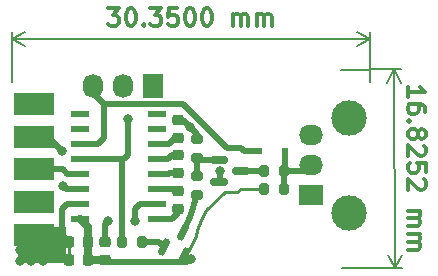
<source format=gbr>
%TF.GenerationSoftware,KiCad,Pcbnew,6.0.2+dfsg-1*%
%TF.CreationDate,2025-02-22T18:35:07+01:00*%
%TF.ProjectId,RS232-to-CCtalk-converter,52533233-322d-4746-9f2d-434374616c6b,rev?*%
%TF.SameCoordinates,Original*%
%TF.FileFunction,Copper,L1,Top*%
%TF.FilePolarity,Positive*%
%FSLAX46Y46*%
G04 Gerber Fmt 4.6, Leading zero omitted, Abs format (unit mm)*
G04 Created by KiCad (PCBNEW 6.0.2+dfsg-1) date 2025-02-22 18:35:07*
%MOMM*%
%LPD*%
G01*
G04 APERTURE LIST*
G04 Aperture macros list*
%AMRoundRect*
0 Rectangle with rounded corners*
0 $1 Rounding radius*
0 $2 $3 $4 $5 $6 $7 $8 $9 X,Y pos of 4 corners*
0 Add a 4 corners polygon primitive as box body*
4,1,4,$2,$3,$4,$5,$6,$7,$8,$9,$2,$3,0*
0 Add four circle primitives for the rounded corners*
1,1,$1+$1,$2,$3*
1,1,$1+$1,$4,$5*
1,1,$1+$1,$6,$7*
1,1,$1+$1,$8,$9*
0 Add four rect primitives between the rounded corners*
20,1,$1+$1,$2,$3,$4,$5,0*
20,1,$1+$1,$4,$5,$6,$7,0*
20,1,$1+$1,$6,$7,$8,$9,0*
20,1,$1+$1,$8,$9,$2,$3,0*%
G04 Aperture macros list end*
%ADD10C,0.300000*%
%TA.AperFunction,NonConductor*%
%ADD11C,0.300000*%
%TD*%
%TA.AperFunction,NonConductor*%
%ADD12C,0.200000*%
%TD*%
%TA.AperFunction,SMDPad,CuDef*%
%ADD13RoundRect,0.225000X0.225000X0.250000X-0.225000X0.250000X-0.225000X-0.250000X0.225000X-0.250000X0*%
%TD*%
%TA.AperFunction,ComponentPad*%
%ADD14R,1.730000X2.030000*%
%TD*%
%TA.AperFunction,ComponentPad*%
%ADD15O,1.730000X2.030000*%
%TD*%
%TA.AperFunction,SMDPad,CuDef*%
%ADD16RoundRect,0.200000X-0.200000X-0.275000X0.200000X-0.275000X0.200000X0.275000X-0.200000X0.275000X0*%
%TD*%
%TA.AperFunction,SMDPad,CuDef*%
%ADD17RoundRect,0.225000X0.250000X-0.225000X0.250000X0.225000X-0.250000X0.225000X-0.250000X-0.225000X0*%
%TD*%
%TA.AperFunction,SMDPad,CuDef*%
%ADD18RoundRect,0.200000X0.275000X-0.200000X0.275000X0.200000X-0.275000X0.200000X-0.275000X-0.200000X0*%
%TD*%
%TA.AperFunction,SMDPad,CuDef*%
%ADD19RoundRect,0.150000X-0.587500X-0.150000X0.587500X-0.150000X0.587500X0.150000X-0.587500X0.150000X0*%
%TD*%
%TA.AperFunction,SMDPad,CuDef*%
%ADD20RoundRect,0.200000X-0.275000X0.200000X-0.275000X-0.200000X0.275000X-0.200000X0.275000X0.200000X0*%
%TD*%
%TA.AperFunction,SMDPad,CuDef*%
%ADD21R,0.500000X0.500000*%
%TD*%
%TA.AperFunction,SMDPad,CuDef*%
%ADD22R,3.480000X1.846667*%
%TD*%
%TA.AperFunction,ComponentPad*%
%ADD23C,3.000000*%
%TD*%
%TA.AperFunction,ComponentPad*%
%ADD24R,2.030000X1.730000*%
%TD*%
%TA.AperFunction,ComponentPad*%
%ADD25O,2.030000X1.730000*%
%TD*%
%TA.AperFunction,SMDPad,CuDef*%
%ADD26RoundRect,0.150000X-0.112342X-0.595849X0.384234X0.469063X0.112342X0.595849X-0.384234X-0.469063X0*%
%TD*%
%TA.AperFunction,SMDPad,CuDef*%
%ADD27RoundRect,0.137500X0.662500X0.137500X-0.662500X0.137500X-0.662500X-0.137500X0.662500X-0.137500X0*%
%TD*%
%TA.AperFunction,ViaPad*%
%ADD28C,0.800000*%
%TD*%
%TA.AperFunction,Conductor*%
%ADD29C,0.250000*%
%TD*%
%TA.AperFunction,Conductor*%
%ADD30C,0.500000*%
%TD*%
%TA.AperFunction,Conductor*%
%ADD31C,0.700000*%
%TD*%
G04 APERTURE END LIST*
D10*
D11*
X112600000Y-80303571D02*
X113528571Y-80303571D01*
X113028571Y-80875000D01*
X113242857Y-80875000D01*
X113385714Y-80946428D01*
X113457142Y-81017857D01*
X113528571Y-81160714D01*
X113528571Y-81517857D01*
X113457142Y-81660714D01*
X113385714Y-81732142D01*
X113242857Y-81803571D01*
X112814285Y-81803571D01*
X112671428Y-81732142D01*
X112600000Y-81660714D01*
X114457142Y-80303571D02*
X114600000Y-80303571D01*
X114742857Y-80375000D01*
X114814285Y-80446428D01*
X114885714Y-80589285D01*
X114957142Y-80875000D01*
X114957142Y-81232142D01*
X114885714Y-81517857D01*
X114814285Y-81660714D01*
X114742857Y-81732142D01*
X114600000Y-81803571D01*
X114457142Y-81803571D01*
X114314285Y-81732142D01*
X114242857Y-81660714D01*
X114171428Y-81517857D01*
X114100000Y-81232142D01*
X114100000Y-80875000D01*
X114171428Y-80589285D01*
X114242857Y-80446428D01*
X114314285Y-80375000D01*
X114457142Y-80303571D01*
X115600000Y-81660714D02*
X115671428Y-81732142D01*
X115600000Y-81803571D01*
X115528571Y-81732142D01*
X115600000Y-81660714D01*
X115600000Y-81803571D01*
X116171428Y-80303571D02*
X117100000Y-80303571D01*
X116600000Y-80875000D01*
X116814285Y-80875000D01*
X116957142Y-80946428D01*
X117028571Y-81017857D01*
X117100000Y-81160714D01*
X117100000Y-81517857D01*
X117028571Y-81660714D01*
X116957142Y-81732142D01*
X116814285Y-81803571D01*
X116385714Y-81803571D01*
X116242857Y-81732142D01*
X116171428Y-81660714D01*
X118457142Y-80303571D02*
X117742857Y-80303571D01*
X117671428Y-81017857D01*
X117742857Y-80946428D01*
X117885714Y-80875000D01*
X118242857Y-80875000D01*
X118385714Y-80946428D01*
X118457142Y-81017857D01*
X118528571Y-81160714D01*
X118528571Y-81517857D01*
X118457142Y-81660714D01*
X118385714Y-81732142D01*
X118242857Y-81803571D01*
X117885714Y-81803571D01*
X117742857Y-81732142D01*
X117671428Y-81660714D01*
X119457142Y-80303571D02*
X119600000Y-80303571D01*
X119742857Y-80375000D01*
X119814285Y-80446428D01*
X119885714Y-80589285D01*
X119957142Y-80875000D01*
X119957142Y-81232142D01*
X119885714Y-81517857D01*
X119814285Y-81660714D01*
X119742857Y-81732142D01*
X119600000Y-81803571D01*
X119457142Y-81803571D01*
X119314285Y-81732142D01*
X119242857Y-81660714D01*
X119171428Y-81517857D01*
X119100000Y-81232142D01*
X119100000Y-80875000D01*
X119171428Y-80589285D01*
X119242857Y-80446428D01*
X119314285Y-80375000D01*
X119457142Y-80303571D01*
X120885714Y-80303571D02*
X121028571Y-80303571D01*
X121171428Y-80375000D01*
X121242857Y-80446428D01*
X121314285Y-80589285D01*
X121385714Y-80875000D01*
X121385714Y-81232142D01*
X121314285Y-81517857D01*
X121242857Y-81660714D01*
X121171428Y-81732142D01*
X121028571Y-81803571D01*
X120885714Y-81803571D01*
X120742857Y-81732142D01*
X120671428Y-81660714D01*
X120600000Y-81517857D01*
X120528571Y-81232142D01*
X120528571Y-80875000D01*
X120600000Y-80589285D01*
X120671428Y-80446428D01*
X120742857Y-80375000D01*
X120885714Y-80303571D01*
X123171428Y-81803571D02*
X123171428Y-80803571D01*
X123171428Y-80946428D02*
X123242857Y-80875000D01*
X123385714Y-80803571D01*
X123600000Y-80803571D01*
X123742857Y-80875000D01*
X123814285Y-81017857D01*
X123814285Y-81803571D01*
X123814285Y-81017857D02*
X123885714Y-80875000D01*
X124028571Y-80803571D01*
X124242857Y-80803571D01*
X124385714Y-80875000D01*
X124457142Y-81017857D01*
X124457142Y-81803571D01*
X125171428Y-81803571D02*
X125171428Y-80803571D01*
X125171428Y-80946428D02*
X125242857Y-80875000D01*
X125385714Y-80803571D01*
X125600000Y-80803571D01*
X125742857Y-80875000D01*
X125814285Y-81017857D01*
X125814285Y-81803571D01*
X125814285Y-81017857D02*
X125885714Y-80875000D01*
X126028571Y-80803571D01*
X126242857Y-80803571D01*
X126385714Y-80875000D01*
X126457142Y-81017857D01*
X126457142Y-81803571D01*
D12*
X104425000Y-86550000D02*
X104425000Y-82338580D01*
X134775000Y-86550000D02*
X134775000Y-82338580D01*
X104425000Y-82925000D02*
X134775000Y-82925000D01*
X104425000Y-82925000D02*
X134775000Y-82925000D01*
X104425000Y-82925000D02*
X105551504Y-83511421D01*
X104425000Y-82925000D02*
X105551504Y-82338579D01*
X134775000Y-82925000D02*
X133648496Y-82338579D01*
X134775000Y-82925000D02*
X133648496Y-83511421D01*
D10*
D11*
X137960430Y-87813828D02*
X137956609Y-86956694D01*
X137958519Y-87385261D02*
X139458504Y-87378574D01*
X139243584Y-87236674D01*
X139100092Y-87094455D01*
X139028027Y-86951918D01*
X139466146Y-89092843D02*
X139464872Y-88807132D01*
X139392808Y-88664594D01*
X139321062Y-88593485D01*
X139106141Y-88451584D01*
X138820111Y-88381430D01*
X138248688Y-88383977D01*
X138106151Y-88456042D01*
X138035042Y-88527788D01*
X137964251Y-88670962D01*
X137965524Y-88956674D01*
X138037589Y-89099211D01*
X138109335Y-89170321D01*
X138252509Y-89241112D01*
X138609649Y-89239520D01*
X138752186Y-89167455D01*
X138823295Y-89095709D01*
X138894086Y-88952535D01*
X138892813Y-88666823D01*
X138820748Y-88524286D01*
X138749002Y-88453176D01*
X138605828Y-88382385D01*
X138112519Y-89884599D02*
X138041410Y-89956346D01*
X137969663Y-89885236D01*
X138040773Y-89813490D01*
X138112519Y-89884599D01*
X137969663Y-89885236D01*
X138830937Y-90809977D02*
X138901728Y-90666803D01*
X138972837Y-90595057D01*
X139115375Y-90522992D01*
X139186803Y-90522674D01*
X139329977Y-90593465D01*
X139401723Y-90664575D01*
X139473788Y-90807112D01*
X139475061Y-91092823D01*
X139404270Y-91235997D01*
X139333161Y-91307744D01*
X139190623Y-91379808D01*
X139119196Y-91380127D01*
X138976021Y-91309336D01*
X138904275Y-91238226D01*
X138832211Y-91095689D01*
X138830937Y-90809977D01*
X138758872Y-90667440D01*
X138687126Y-90596331D01*
X138543952Y-90525540D01*
X138258240Y-90526813D01*
X138115703Y-90598878D01*
X138044594Y-90670624D01*
X137973803Y-90813798D01*
X137975076Y-91099510D01*
X138047141Y-91242047D01*
X138118887Y-91313156D01*
X138262061Y-91383948D01*
X138547773Y-91382674D01*
X138690310Y-91310609D01*
X138761419Y-91238863D01*
X138832211Y-91095689D01*
X139336026Y-91950594D02*
X139407773Y-92021704D01*
X139479837Y-92164241D01*
X139481429Y-92521381D01*
X139410638Y-92664555D01*
X139339529Y-92736301D01*
X139196991Y-92808366D01*
X139054136Y-92809002D01*
X138839534Y-92738530D01*
X137978579Y-91885216D01*
X137982718Y-92813778D01*
X139488753Y-94164221D02*
X139485569Y-93449943D01*
X138770971Y-93381699D01*
X138842718Y-93452808D01*
X138914782Y-93595346D01*
X138916374Y-93952485D01*
X138845583Y-94095659D01*
X138774474Y-94167405D01*
X138631937Y-94239470D01*
X138274797Y-94241062D01*
X138131623Y-94170271D01*
X138059877Y-94099161D01*
X137987812Y-93956624D01*
X137986220Y-93599485D01*
X138057011Y-93456311D01*
X138128121Y-93384564D01*
X139348762Y-94807709D02*
X139420509Y-94878818D01*
X139492573Y-95021356D01*
X139494165Y-95378495D01*
X139423374Y-95521669D01*
X139352265Y-95593415D01*
X139209727Y-95665480D01*
X139066872Y-95666117D01*
X138852270Y-95595644D01*
X137991315Y-94742331D01*
X137995454Y-95670893D01*
X138003414Y-97456589D02*
X139003404Y-97452132D01*
X138860548Y-97452769D02*
X138932294Y-97523878D01*
X139004359Y-97666415D01*
X139005314Y-97880699D01*
X138934523Y-98023873D01*
X138791986Y-98095938D01*
X138006279Y-98099440D01*
X138791986Y-98095938D02*
X138935160Y-98166729D01*
X139007225Y-98309266D01*
X139008180Y-98523550D01*
X138937389Y-98666724D01*
X138794852Y-98738788D01*
X138009145Y-98742291D01*
X138012329Y-99456570D02*
X139012319Y-99452112D01*
X138869463Y-99452749D02*
X138941210Y-99523858D01*
X139013274Y-99666396D01*
X139014230Y-99880679D01*
X138943438Y-100023853D01*
X138800901Y-100095918D01*
X138015195Y-100099420D01*
X138800901Y-100095918D02*
X138944075Y-100166709D01*
X139016140Y-100309246D01*
X139017095Y-100523530D01*
X138946304Y-100666704D01*
X138803767Y-100738769D01*
X138018060Y-100742271D01*
D12*
X132324995Y-85497771D02*
X137414991Y-85475082D01*
X132399995Y-102322771D02*
X137489991Y-102300082D01*
X136828577Y-85477696D02*
X136903577Y-102302696D01*
X136828577Y-85477696D02*
X136903577Y-102302696D01*
X136828577Y-85477696D02*
X136247184Y-86606803D01*
X136828577Y-85477696D02*
X137420013Y-86601575D01*
X136903577Y-102302696D02*
X137484970Y-101173589D01*
X136903577Y-102302696D02*
X136312141Y-101178817D01*
D13*
%TO.P,C4,1*%
%TO.N,+5V*%
X110875000Y-101625000D03*
%TO.P,C4,2*%
%TO.N,GNDREF*%
X109325000Y-101625000D03*
%TD*%
D14*
%TO.P,J2,1,Pin_1*%
%TO.N,GNDREF*%
X116425000Y-86925000D03*
D15*
%TO.P,J2,2,Pin_2*%
%TO.N,RX*%
X113885000Y-86925000D03*
%TO.P,J2,3,Pin_3*%
%TO.N,TX*%
X111345000Y-86925000D03*
%TD*%
D16*
%TO.P,R2,1*%
%TO.N,Net-(Q1-Pad3)*%
X125800000Y-94075000D03*
%TO.P,R2,2*%
%TO.N,CCTALK-DATA*%
X127450000Y-94075000D03*
%TD*%
D17*
%TO.P,C2,1*%
%TO.N,Net-(C2-Pad1)*%
X118500000Y-91300000D03*
%TO.P,C2,2*%
%TO.N,GNDREF*%
X118500000Y-89750000D03*
%TD*%
D18*
%TO.P,R4,1*%
%TO.N,Net-(Q2-Pad3)*%
X120100000Y-96150000D03*
%TO.P,R4,2*%
%TO.N,Net-(Q1-Pad1)*%
X120100000Y-94500000D03*
%TD*%
D16*
%TO.P,R1,1*%
%TO.N,+5V*%
X125800000Y-95575000D03*
%TO.P,R1,2*%
%TO.N,CCTALK-DATA*%
X127450000Y-95575000D03*
%TD*%
D19*
%TO.P,Q1,1,B*%
%TO.N,Net-(Q1-Pad1)*%
X121987500Y-93150000D03*
%TO.P,Q1,2,E*%
%TO.N,GNDREF*%
X121987500Y-95050000D03*
%TO.P,Q1,3,C*%
%TO.N,Net-(Q1-Pad3)*%
X123862500Y-94100000D03*
%TD*%
D20*
%TO.P,R5,1*%
%TO.N,GNDREF*%
X120100000Y-91375000D03*
%TO.P,R5,2*%
%TO.N,Net-(Q1-Pad1)*%
X120100000Y-93025000D03*
%TD*%
D17*
%TO.P,C3,1*%
%TO.N,Net-(C3-Pad1)*%
X118500000Y-94300000D03*
%TO.P,C3,2*%
%TO.N,Net-(C3-Pad2)*%
X118500000Y-92750000D03*
%TD*%
D21*
%TO.P,D1,1,K*%
%TO.N,CCTALK-DATA*%
X127600000Y-92375000D03*
%TO.P,D1,2,A*%
%TO.N,TX*%
X125400000Y-92375000D03*
%TD*%
D22*
%TO.P,J1,1,1*%
%TO.N,unconnected-(J1-Pad1)*%
X106325000Y-88410000D03*
%TO.P,J1,2,2*%
%TO.N,TXout*%
X106325000Y-91180000D03*
%TO.P,J1,3,3*%
%TO.N,RXout*%
X106325000Y-93950000D03*
%TO.P,J1,4,4*%
%TO.N,unconnected-(J1-Pad4)*%
X106325000Y-96720000D03*
%TO.P,J1,5,5*%
%TO.N,GNDREF*%
X106325000Y-99490000D03*
%TD*%
D16*
%TO.P,R3,1*%
%TO.N,RX*%
X113800000Y-100125000D03*
%TO.P,R3,2*%
%TO.N,Net-(Q2-Pad1)*%
X115450000Y-100125000D03*
%TD*%
D23*
%TO.P,J3,*%
%TO.N,*%
X132975000Y-89611200D03*
X132975000Y-97688400D03*
D24*
%TO.P,J3,1,Pin_1*%
%TO.N,GNDREF*%
X129775000Y-96164400D03*
D25*
%TO.P,J3,2,Pin_2*%
%TO.N,CCTALK-DATA*%
X129775000Y-93624400D03*
%TO.P,J3,3,Pin_3*%
%TO.N,Net-(D2-Pad2)*%
X129775000Y-91084400D03*
%TD*%
D17*
%TO.P,C6,1*%
%TO.N,Net-(C6-Pad1)*%
X118500000Y-97300000D03*
%TO.P,C6,2*%
%TO.N,Net-(C6-Pad2)*%
X118500000Y-95750000D03*
%TD*%
D13*
%TO.P,C5,1*%
%TO.N,+5V*%
X110875000Y-100125000D03*
%TO.P,C5,2*%
%TO.N,GNDREF*%
X109325000Y-100125000D03*
%TD*%
D17*
%TO.P,C1,1*%
%TO.N,+5V*%
X112350000Y-101650000D03*
%TO.P,C1,2*%
%TO.N,Net-(C1-Pad2)*%
X112350000Y-100100000D03*
%TD*%
D26*
%TO.P,Q2,1,B*%
%TO.N,Net-(Q2-Pad1)*%
X117310003Y-100524176D03*
%TO.P,Q2,2,E*%
%TO.N,+5V*%
X119031988Y-101327151D03*
%TO.P,Q2,3,C*%
%TO.N,Net-(Q2-Pad3)*%
X118963405Y-99226336D03*
%TD*%
D27*
%TO.P,U1,1,C1+*%
%TO.N,Net-(C6-Pad1)*%
X116700000Y-98145000D03*
%TO.P,U1,2,VS+*%
%TO.N,Net-(C1-Pad2)*%
X116700000Y-96875000D03*
%TO.P,U1,3,C1-*%
%TO.N,Net-(C6-Pad2)*%
X116700000Y-95605000D03*
%TO.P,U1,4,C2+*%
%TO.N,Net-(C3-Pad1)*%
X116700000Y-94335000D03*
%TO.P,U1,5,C2-*%
%TO.N,Net-(C3-Pad2)*%
X116700000Y-93065000D03*
%TO.P,U1,6,VS-*%
%TO.N,Net-(C2-Pad1)*%
X116700000Y-91795000D03*
%TO.P,U1,7,T2OUT*%
%TO.N,unconnected-(U1-Pad7)*%
X116700000Y-90525000D03*
%TO.P,U1,8,R2IN*%
%TO.N,unconnected-(U1-Pad8)*%
X116700000Y-89255000D03*
%TO.P,U1,9,R2OUT*%
%TO.N,unconnected-(U1-Pad9)*%
X110200000Y-89255000D03*
%TO.P,U1,10,T2IN*%
%TO.N,unconnected-(U1-Pad10)*%
X110200000Y-90525000D03*
%TO.P,U1,11,T1IN*%
%TO.N,TX*%
X110200000Y-91795000D03*
%TO.P,U1,12,R1OUT*%
%TO.N,RX*%
X110200000Y-93065000D03*
%TO.P,U1,13,R1IN*%
%TO.N,RXout*%
X110200000Y-94335000D03*
%TO.P,U1,14,T1OUT*%
%TO.N,TXout*%
X110200000Y-95605000D03*
%TO.P,U1,15,GND*%
%TO.N,GNDREF*%
X110200000Y-96875000D03*
%TO.P,U1,16,VCC*%
%TO.N,+5V*%
X110200000Y-98145000D03*
%TD*%
D28*
%TO.N,+5V*%
X119600000Y-101500000D03*
%TO.N,GNDREF*%
X105100000Y-100800000D03*
X105100000Y-101700000D03*
X107100000Y-101700000D03*
X122075000Y-94049500D03*
X107100000Y-100800000D03*
X119500000Y-90325000D03*
X106100000Y-101700000D03*
X106100000Y-100800000D03*
%TO.N,TXout*%
X108725000Y-92400000D03*
X108775000Y-95375000D03*
%TO.N,RX*%
X114300000Y-89700000D03*
%TO.N,Net-(C1-Pad2)*%
X112600000Y-98300000D03*
X114850000Y-98300000D03*
%TD*%
D29*
%TO.N,+5V*%
X123850000Y-95575000D02*
X125800000Y-95575000D01*
D30*
X118300000Y-101800000D02*
X119300000Y-101800000D01*
D29*
X119400000Y-100959139D02*
X119800000Y-100100000D01*
X120000000Y-99600000D02*
X120100000Y-99100000D01*
D31*
X110875000Y-101625000D02*
X110900000Y-101650000D01*
D29*
X120100000Y-99100000D02*
X120450000Y-98275000D01*
X119031988Y-101327151D02*
X119400000Y-100959139D01*
X120900000Y-97400000D02*
X122500000Y-95900000D01*
X120450000Y-98275000D02*
X120900000Y-97400000D01*
D30*
X119300000Y-101800000D02*
X119600000Y-101500000D01*
D29*
X119800000Y-100100000D02*
X120000000Y-99600000D01*
D30*
X118559139Y-101800000D02*
X118300000Y-101800000D01*
D31*
X110200000Y-98145000D02*
X110875000Y-98820000D01*
X110900000Y-101650000D02*
X112350000Y-101650000D01*
D30*
X118300000Y-101800000D02*
X112500000Y-101800000D01*
D29*
X123525000Y-95900000D02*
X123850000Y-95575000D01*
X122500000Y-95900000D02*
X123525000Y-95900000D01*
D30*
X112500000Y-101800000D02*
X112350000Y-101650000D01*
D31*
X110875000Y-98820000D02*
X110875000Y-101625000D01*
D29*
%TO.N,GNDREF*%
X108775000Y-100125000D02*
X109325000Y-100125000D01*
X109325000Y-100125000D02*
X109325000Y-101625000D01*
D30*
X119500000Y-90325000D02*
X120100000Y-90925000D01*
X120100000Y-90925000D02*
X120100000Y-91375000D01*
D29*
X108100000Y-100800000D02*
X108775000Y-100125000D01*
X105100000Y-101700000D02*
X109250000Y-101700000D01*
X109250000Y-101700000D02*
X109325000Y-101625000D01*
X106325000Y-99490000D02*
X107541800Y-99490000D01*
D30*
X122075000Y-94049500D02*
X122075000Y-94962500D01*
X122075000Y-94962500D02*
X121987500Y-95050000D01*
D29*
X108229400Y-100177600D02*
X109272400Y-100177600D01*
D30*
X108700000Y-97275000D02*
X108700000Y-99500000D01*
D29*
X105100000Y-100800000D02*
X108100000Y-100800000D01*
D30*
X119500000Y-90325000D02*
X118925000Y-89750000D01*
X118925000Y-89750000D02*
X118500000Y-89750000D01*
D29*
X107541800Y-99490000D02*
X108229400Y-100177600D01*
D30*
X109100000Y-96875000D02*
X108700000Y-97275000D01*
X110200000Y-96875000D02*
X109100000Y-96875000D01*
D29*
X109272400Y-100177600D02*
X109325000Y-100125000D01*
X105100000Y-100800000D02*
X105100000Y-101700000D01*
D30*
X108700000Y-99500000D02*
X109325000Y-100125000D01*
%TO.N,Net-(C3-Pad1)*%
X117715000Y-94335000D02*
X116700000Y-94335000D01*
X117750000Y-94300000D02*
X117715000Y-94335000D01*
X118500000Y-94300000D02*
X117750000Y-94300000D01*
%TO.N,CCTALK-DATA*%
X127450000Y-94075000D02*
X127450000Y-95575000D01*
X127450000Y-94075000D02*
X129324400Y-94075000D01*
X127600000Y-93925000D02*
X127450000Y-94075000D01*
X129324400Y-94075000D02*
X129775000Y-93624400D01*
X127600000Y-92375000D02*
X127600000Y-93925000D01*
%TO.N,TX*%
X123824200Y-92125800D02*
X122625800Y-92125800D01*
X111345000Y-87520000D02*
X111345000Y-86925000D01*
X118900000Y-88400000D02*
X112350000Y-88400000D01*
X112225000Y-88525000D02*
X112225000Y-88750000D01*
X111705000Y-91795000D02*
X110200000Y-91795000D01*
X112225000Y-88400000D02*
X111345000Y-87520000D01*
X124073400Y-92375000D02*
X123824200Y-92125800D01*
X125400000Y-92375000D02*
X124073400Y-92375000D01*
X112225000Y-91275000D02*
X111705000Y-91795000D01*
X122625800Y-92125800D02*
X118900000Y-88400000D01*
X112350000Y-88400000D02*
X112225000Y-88525000D01*
X112225000Y-88750000D02*
X112225000Y-91275000D01*
X112225000Y-88750000D02*
X112225000Y-88400000D01*
%TO.N,TXout*%
X108725000Y-92375000D02*
X107530000Y-91180000D01*
X109005000Y-95605000D02*
X110200000Y-95605000D01*
X108725000Y-92400000D02*
X108725000Y-92375000D01*
X107530000Y-91180000D02*
X106325000Y-91180000D01*
X108775000Y-95375000D02*
X109005000Y-95605000D01*
%TO.N,RXout*%
X106325000Y-93950000D02*
X108750000Y-93950000D01*
X108750000Y-93950000D02*
X109135000Y-94335000D01*
X109135000Y-94335000D02*
X110200000Y-94335000D01*
%TO.N,RX*%
X114300000Y-92700000D02*
X114300000Y-89700000D01*
X113800000Y-93065000D02*
X113800000Y-100125000D01*
X110200000Y-93065000D02*
X110210000Y-93075000D01*
X113925000Y-93075000D02*
X114300000Y-92700000D01*
X110200000Y-93065000D02*
X113800000Y-93065000D01*
X110210000Y-93075000D02*
X113925000Y-93075000D01*
%TO.N,Net-(Q1-Pad1)*%
X121987500Y-93150000D02*
X120225000Y-93150000D01*
X120225000Y-93150000D02*
X120100000Y-93025000D01*
X120100000Y-94500000D02*
X120100000Y-93025000D01*
%TO.N,Net-(Q1-Pad3)*%
X125775000Y-94100000D02*
X125800000Y-94075000D01*
X123862500Y-94100000D02*
X125775000Y-94100000D01*
%TO.N,Net-(Q2-Pad1)*%
X116910827Y-100125000D02*
X117310003Y-100524176D01*
X115450000Y-100125000D02*
X116910827Y-100125000D01*
%TO.N,Net-(Q2-Pad3)*%
X119550000Y-98025000D02*
X118963405Y-99226336D01*
X120100000Y-96150000D02*
X119550000Y-98025000D01*
%TO.N,Net-(C1-Pad2)*%
X112350000Y-98550000D02*
X112600000Y-98300000D01*
X114850000Y-97300000D02*
X115275000Y-96875000D01*
X115275000Y-96875000D02*
X116700000Y-96875000D01*
X112350000Y-100100000D02*
X112350000Y-98550000D01*
X114850000Y-98300000D02*
X114850000Y-97300000D01*
%TO.N,Net-(C2-Pad1)*%
X117755000Y-91795000D02*
X118250000Y-91300000D01*
X116700000Y-91795000D02*
X117755000Y-91795000D01*
X118250000Y-91300000D02*
X118500000Y-91300000D01*
%TO.N,Net-(C3-Pad2)*%
X117660000Y-93065000D02*
X117975000Y-92750000D01*
X116700000Y-93065000D02*
X117660000Y-93065000D01*
X117975000Y-92750000D02*
X118500000Y-92750000D01*
%TO.N,Net-(C6-Pad1)*%
X118005000Y-98145000D02*
X118500000Y-97650000D01*
X116700000Y-98145000D02*
X118005000Y-98145000D01*
X118500000Y-97650000D02*
X118500000Y-97300000D01*
%TO.N,Net-(C6-Pad2)*%
X118525000Y-95700000D02*
X118425000Y-95600000D01*
D29*
X118525000Y-95725000D02*
X118500000Y-95750000D01*
X118525000Y-95700000D02*
X118525000Y-95725000D01*
D30*
X116705000Y-95600000D02*
X116700000Y-95605000D01*
X118425000Y-95600000D02*
X116705000Y-95600000D01*
%TD*%
%TA.AperFunction,Conductor*%
%TO.N,GNDREF*%
G36*
X108942121Y-98820002D02*
G01*
X108988614Y-98873658D01*
X109000000Y-98926000D01*
X109000000Y-101699200D01*
X108979998Y-101767321D01*
X108926342Y-101813814D01*
X108874000Y-101825200D01*
X105056400Y-101825200D01*
X104988279Y-101805198D01*
X104941786Y-101751542D01*
X104930400Y-101699200D01*
X104930400Y-98926000D01*
X104950402Y-98857879D01*
X105004058Y-98811386D01*
X105056400Y-98800000D01*
X108874000Y-98800000D01*
X108942121Y-98820002D01*
G37*
%TD.AperFunction*%
%TD*%
M02*

</source>
